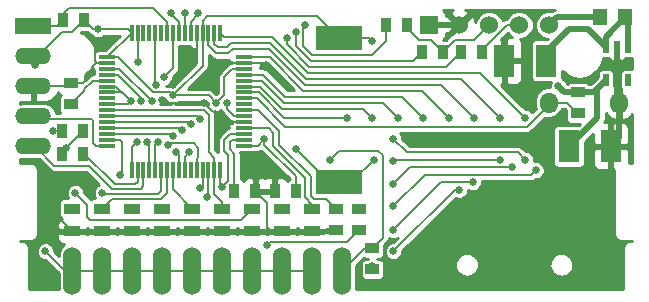
<source format=gbl>
G04 (created by PCBNEW-RS274X (2012-01-19 BZR 3256)-stable) date 22/03/2013 02:03:58*
G01*
G70*
G90*
%MOIN*%
G04 Gerber Fmt 3.4, Leading zero omitted, Abs format*
%FSLAX34Y34*%
G04 APERTURE LIST*
%ADD10C,0.006000*%
%ADD11R,0.035000X0.045000*%
%ADD12R,0.020000X0.040000*%
%ADD13R,0.070000X0.110000*%
%ADD14R,0.045000X0.055000*%
%ADD15R,0.045000X0.035000*%
%ADD16R,0.120000X0.055000*%
%ADD17O,0.120000X0.055000*%
%ADD18O,0.060000X0.160000*%
%ADD19R,0.057200X0.011800*%
%ADD20R,0.011800X0.057200*%
%ADD21R,0.055000X0.035000*%
%ADD22R,0.157500X0.078700*%
%ADD23R,0.060000X0.060000*%
%ADD24C,0.060000*%
%ADD25O,0.060000X0.070000*%
%ADD26C,0.025000*%
%ADD27C,0.020000*%
%ADD28C,0.008000*%
%ADD29C,0.010000*%
G04 APERTURE END LIST*
G54D10*
G54D11*
X89400Y-66550D03*
X88700Y-66550D03*
G54D12*
X99725Y-61750D03*
X100475Y-61750D03*
X99725Y-62850D03*
X100100Y-61750D03*
X100475Y-62850D03*
G54D13*
X98500Y-65050D03*
X99900Y-65050D03*
G54D14*
X99525Y-60750D03*
X100375Y-60750D03*
G54D15*
X91500Y-67850D03*
X91500Y-67150D03*
X90750Y-67850D03*
X90750Y-67150D03*
X98800Y-63950D03*
X98800Y-63250D03*
G54D11*
X81650Y-60850D03*
X82350Y-60850D03*
G54D16*
X80650Y-61050D03*
G54D17*
X80650Y-62050D03*
X80650Y-63050D03*
X80650Y-64050D03*
X80650Y-65050D03*
G54D18*
X90950Y-69200D03*
X89950Y-69200D03*
X88950Y-69200D03*
X87950Y-69200D03*
X86950Y-69200D03*
X85950Y-69200D03*
X84950Y-69200D03*
X83950Y-69200D03*
X82950Y-69200D03*
X81950Y-69200D03*
G54D19*
X83117Y-64633D03*
X83117Y-64436D03*
X83117Y-64239D03*
X83117Y-64042D03*
X83117Y-63845D03*
X83117Y-63648D03*
X83117Y-64830D03*
X83117Y-65026D03*
G54D20*
X84711Y-65833D03*
X84908Y-65833D03*
X85105Y-65833D03*
G54D19*
X87683Y-62861D03*
X87683Y-62664D03*
X87683Y-62467D03*
X87683Y-62270D03*
X87683Y-62074D03*
G54D20*
X86089Y-61267D03*
G54D19*
X87683Y-63058D03*
X87683Y-63255D03*
X87683Y-63452D03*
X87683Y-63648D03*
X87683Y-63845D03*
G54D20*
X84908Y-61267D03*
X86286Y-65833D03*
X85105Y-61267D03*
X86483Y-65833D03*
X86680Y-65833D03*
X85302Y-61267D03*
X85498Y-61267D03*
X86876Y-65833D03*
G54D19*
X87683Y-64239D03*
G54D20*
X85695Y-61267D03*
X85892Y-61267D03*
G54D19*
X87683Y-64042D03*
G54D20*
X86089Y-65833D03*
X84711Y-61267D03*
X84514Y-61267D03*
X85892Y-65833D03*
X85695Y-65833D03*
X84317Y-61267D03*
X84120Y-61267D03*
X85498Y-65833D03*
X85302Y-65833D03*
X83924Y-61267D03*
G54D19*
X83117Y-63452D03*
X83117Y-63255D03*
X83117Y-63058D03*
X83117Y-62861D03*
G54D20*
X86286Y-61267D03*
X86483Y-61267D03*
X86680Y-61267D03*
X86876Y-61267D03*
G54D19*
X87683Y-64436D03*
X87683Y-64633D03*
X87683Y-64830D03*
X87683Y-65026D03*
X83117Y-62664D03*
X83117Y-62467D03*
X83117Y-62270D03*
X83117Y-62074D03*
G54D20*
X84514Y-65833D03*
X84317Y-65833D03*
X84120Y-65833D03*
X83924Y-65833D03*
G54D21*
X85950Y-67125D03*
X85950Y-67875D03*
X83950Y-67125D03*
X83950Y-67875D03*
X84950Y-67125D03*
X84950Y-67875D03*
X86950Y-67125D03*
X86950Y-67875D03*
X87950Y-67125D03*
X87950Y-67875D03*
X81950Y-67125D03*
X81950Y-67875D03*
X82950Y-67125D03*
X82950Y-67875D03*
X89950Y-67125D03*
X89950Y-67875D03*
X88950Y-67125D03*
X88950Y-67875D03*
G54D11*
X81600Y-64550D03*
X82300Y-64550D03*
G54D15*
X81900Y-63650D03*
X81900Y-62950D03*
G54D13*
X97750Y-62200D03*
X96350Y-62200D03*
G54D15*
X91950Y-69150D03*
X91950Y-68450D03*
G54D22*
X90850Y-61450D03*
X90850Y-66250D03*
G54D23*
X93850Y-61000D03*
G54D24*
X94850Y-61000D03*
X95850Y-61000D03*
X96850Y-61000D03*
X97850Y-61000D03*
G54D11*
X94900Y-61900D03*
X95600Y-61900D03*
X93600Y-61900D03*
X94300Y-61900D03*
X92400Y-61000D03*
X93100Y-61000D03*
X82300Y-65300D03*
X81600Y-65300D03*
X88050Y-66550D03*
X87350Y-66550D03*
G54D25*
X97819Y-63600D03*
X100181Y-63600D03*
G54D26*
X85150Y-65000D03*
X82950Y-66600D03*
X84250Y-63550D03*
X81950Y-67125D03*
X82950Y-67125D03*
X84600Y-63550D03*
X85250Y-60600D03*
X85000Y-62750D03*
X85700Y-60600D03*
X91100Y-64100D03*
X91950Y-64100D03*
X92800Y-64100D03*
X93650Y-64100D03*
X94500Y-64100D03*
X95350Y-64100D03*
X96200Y-64100D03*
X97050Y-64100D03*
X86150Y-60600D03*
X81650Y-60850D03*
X87100Y-63600D03*
X81050Y-68550D03*
X88450Y-68350D03*
X90550Y-65500D03*
X91500Y-67150D03*
X96200Y-65500D03*
X92650Y-65550D03*
X85900Y-64300D03*
X92650Y-64800D03*
X97050Y-65500D03*
X86200Y-64150D03*
X92650Y-67850D03*
X85850Y-65250D03*
X95300Y-66250D03*
X85400Y-65250D03*
X94850Y-66500D03*
X92650Y-68550D03*
X97400Y-65850D03*
X85300Y-64700D03*
X92650Y-67050D03*
X96600Y-65750D03*
X92650Y-66300D03*
X85600Y-64500D03*
X83950Y-67125D03*
X86950Y-66400D03*
X83550Y-66000D03*
X85950Y-67125D03*
X86950Y-67125D03*
X88950Y-67125D03*
X86200Y-66450D03*
X84950Y-67125D03*
X86450Y-66750D03*
X87950Y-67125D03*
X83900Y-63550D03*
X82050Y-66600D03*
X89950Y-67125D03*
X90750Y-67150D03*
X89100Y-61450D03*
X84800Y-64900D03*
X84450Y-64900D03*
X89400Y-61250D03*
X84150Y-62250D03*
X89700Y-61000D03*
X81750Y-65100D03*
X98400Y-66100D03*
X82750Y-61650D03*
X92650Y-69700D03*
X86750Y-63200D03*
X84950Y-63500D03*
X85300Y-63000D03*
X88400Y-62350D03*
X96350Y-61500D03*
X81050Y-66600D03*
X86350Y-63600D03*
X84750Y-63000D03*
X89400Y-65150D03*
X92000Y-65500D03*
X91950Y-69050D03*
X98150Y-63050D03*
X86750Y-63600D03*
X85300Y-63350D03*
X84100Y-64900D03*
X82800Y-61150D03*
X81300Y-64550D03*
X88350Y-64800D03*
X80700Y-62350D03*
X91950Y-61550D03*
G54D27*
X99150Y-61150D02*
X99725Y-61725D01*
X98500Y-61150D02*
X99150Y-61150D01*
X97750Y-61900D02*
X98500Y-61150D01*
X100475Y-61750D02*
X100475Y-60850D01*
X99725Y-61400D02*
X100375Y-60750D01*
X100475Y-60850D02*
X100375Y-60750D01*
X99725Y-61750D02*
X99725Y-61400D01*
X97750Y-62200D02*
X97750Y-61900D01*
X99725Y-61725D02*
X99725Y-61750D01*
G54D28*
X86150Y-65400D02*
X86150Y-65100D01*
X86089Y-65833D02*
X86089Y-65461D01*
X85200Y-64950D02*
X85150Y-65000D01*
X86150Y-65100D02*
X86000Y-64950D01*
X86089Y-65461D02*
X86150Y-65400D01*
X86000Y-64950D02*
X85200Y-64950D01*
X82639Y-62861D02*
X82350Y-63150D01*
X82350Y-63150D02*
X82350Y-63200D01*
X83117Y-62861D02*
X82639Y-62861D01*
X82350Y-63200D02*
X81900Y-63650D01*
X83464Y-62664D02*
X84250Y-63450D01*
X83464Y-62664D02*
X83117Y-62664D01*
X84250Y-63450D02*
X84250Y-63550D01*
X84908Y-65833D02*
X84908Y-66542D01*
X84908Y-66542D02*
X84812Y-66638D01*
X82988Y-66638D02*
X82950Y-66600D01*
X84812Y-66638D02*
X82988Y-66638D01*
X84900Y-66800D02*
X83275Y-66800D01*
X85105Y-65833D02*
X85105Y-66595D01*
X83275Y-66800D02*
X82950Y-67125D01*
X83517Y-62467D02*
X83117Y-62467D01*
X83517Y-62467D02*
X84600Y-63550D01*
X85105Y-66595D02*
X84900Y-66800D01*
X97819Y-63600D02*
X98450Y-63600D01*
X98450Y-63600D02*
X98800Y-63950D01*
X97819Y-63600D02*
X97819Y-63681D01*
X97819Y-63681D02*
X97100Y-64400D01*
X97100Y-64400D02*
X89050Y-64400D01*
X88102Y-63452D02*
X87683Y-63452D01*
X89050Y-64400D02*
X88102Y-63452D01*
X85250Y-60650D02*
X85250Y-60600D01*
X85498Y-61267D02*
X85498Y-60898D01*
X85498Y-60898D02*
X85250Y-60650D01*
X85000Y-62750D02*
X85302Y-62448D01*
X85302Y-62448D02*
X85302Y-61267D01*
X85695Y-61267D02*
X85695Y-60605D01*
X85695Y-60605D02*
X85700Y-60600D01*
X91100Y-64100D02*
X89000Y-64100D01*
X89000Y-64100D02*
X88155Y-63255D01*
X88155Y-63255D02*
X87683Y-63255D01*
X91650Y-63800D02*
X88950Y-63800D01*
X91650Y-63800D02*
X91950Y-64100D01*
X88950Y-63800D02*
X88208Y-63058D01*
X88208Y-63058D02*
X87683Y-63058D01*
X89000Y-63600D02*
X92300Y-63600D01*
X87683Y-62861D02*
X88261Y-62861D01*
X92300Y-63600D02*
X92800Y-64100D01*
X89000Y-63600D02*
X88261Y-62861D01*
X92950Y-63400D02*
X93650Y-64100D01*
X87683Y-62664D02*
X88314Y-62664D01*
X89050Y-63400D02*
X92950Y-63400D01*
X89050Y-63400D02*
X88314Y-62664D01*
X87683Y-62074D02*
X88524Y-62074D01*
X88524Y-62074D02*
X89650Y-63200D01*
X89650Y-63200D02*
X93600Y-63200D01*
X93600Y-63200D02*
X94500Y-64100D01*
X86750Y-61950D02*
X87150Y-61950D01*
X87150Y-61950D02*
X87300Y-61800D01*
X86483Y-61683D02*
X86750Y-61950D01*
X89700Y-63000D02*
X88500Y-61800D01*
X86483Y-61267D02*
X86483Y-61683D01*
X94250Y-63000D02*
X95350Y-64100D01*
X88500Y-61800D02*
X87300Y-61800D01*
X89700Y-63000D02*
X94250Y-63000D01*
X88550Y-61600D02*
X87250Y-61600D01*
X89750Y-62800D02*
X94900Y-62800D01*
X86680Y-61630D02*
X86800Y-61750D01*
X86680Y-61267D02*
X86680Y-61630D01*
X89750Y-62800D02*
X88550Y-61600D01*
X87100Y-61750D02*
X87250Y-61600D01*
X94900Y-62800D02*
X96200Y-64100D01*
X86800Y-61750D02*
X87100Y-61750D01*
X89800Y-62600D02*
X95550Y-62600D01*
X89800Y-62600D02*
X88600Y-61400D01*
X86876Y-61267D02*
X87009Y-61400D01*
X87009Y-61400D02*
X88600Y-61400D01*
X95550Y-62600D02*
X97050Y-64100D01*
X86150Y-60650D02*
X86150Y-60600D01*
X85892Y-60908D02*
X86150Y-60650D01*
X85892Y-61267D02*
X85892Y-60908D01*
X85105Y-61267D02*
X85105Y-60905D01*
X81850Y-60450D02*
X84650Y-60450D01*
X81850Y-60450D02*
X81650Y-60650D01*
X80650Y-61050D02*
X81450Y-61050D01*
X85105Y-60905D02*
X84650Y-60450D01*
X81650Y-60650D02*
X81650Y-60850D01*
X81450Y-61050D02*
X81650Y-60850D01*
X87100Y-63800D02*
X87100Y-63600D01*
X87342Y-64042D02*
X87100Y-63800D01*
X87683Y-64042D02*
X87342Y-64042D01*
X81700Y-69200D02*
X81050Y-68550D01*
X82950Y-69200D02*
X81950Y-69200D01*
X83950Y-69200D02*
X82950Y-69200D01*
X88950Y-69200D02*
X87950Y-69200D01*
X87950Y-69200D02*
X86950Y-69200D01*
X86950Y-69200D02*
X85950Y-69200D01*
X84950Y-69200D02*
X83950Y-69200D01*
X85950Y-69200D02*
X84950Y-69200D01*
X81950Y-69200D02*
X81700Y-69200D01*
X89950Y-69200D02*
X88950Y-69200D01*
X88550Y-68250D02*
X91100Y-68250D01*
X91100Y-68250D02*
X91500Y-67850D01*
X88450Y-68350D02*
X88550Y-68250D01*
X92300Y-68100D02*
X92300Y-65350D01*
X92150Y-65200D02*
X90850Y-65200D01*
X92300Y-65350D02*
X92150Y-65200D01*
X91700Y-68450D02*
X91950Y-68450D01*
X90950Y-69200D02*
X91700Y-68450D01*
X91950Y-68450D02*
X92300Y-68100D01*
X90850Y-65200D02*
X90550Y-65500D01*
X85839Y-64239D02*
X85900Y-64300D01*
X83117Y-64239D02*
X85839Y-64239D01*
X92700Y-65500D02*
X92650Y-65550D01*
X96200Y-65500D02*
X92700Y-65500D01*
X96800Y-65250D02*
X97050Y-65500D01*
X92650Y-64800D02*
X93100Y-65250D01*
X83117Y-64042D02*
X86092Y-64042D01*
X93100Y-65250D02*
X96800Y-65250D01*
X86092Y-64042D02*
X86200Y-64150D01*
X92650Y-67850D02*
X94250Y-66250D01*
X94250Y-66250D02*
X95300Y-66250D01*
X85695Y-65405D02*
X85850Y-65250D01*
X85695Y-65833D02*
X85695Y-65405D01*
X92650Y-68550D02*
X94700Y-66500D01*
X85498Y-65348D02*
X85400Y-65250D01*
X85498Y-65833D02*
X85498Y-65348D01*
X94700Y-66500D02*
X94850Y-66500D01*
X93700Y-66000D02*
X92650Y-67050D01*
X97250Y-66000D02*
X93700Y-66000D01*
X85233Y-64633D02*
X83117Y-64633D01*
X85233Y-64633D02*
X85300Y-64700D01*
X97400Y-65850D02*
X97250Y-66000D01*
X93200Y-65750D02*
X92650Y-66300D01*
X85536Y-64436D02*
X85600Y-64500D01*
X96600Y-65750D02*
X93200Y-65750D01*
X83117Y-64436D02*
X85536Y-64436D01*
X82650Y-64200D02*
X82600Y-64150D01*
X82650Y-64950D02*
X82650Y-64200D01*
X82600Y-64150D02*
X80750Y-64150D01*
X80750Y-64150D02*
X80650Y-64050D01*
X83117Y-65026D02*
X82726Y-65026D01*
X82726Y-65026D02*
X82650Y-64950D01*
X82500Y-65700D02*
X81350Y-65700D01*
X84317Y-66383D02*
X84224Y-66476D01*
X84317Y-65833D02*
X84317Y-66383D01*
X80700Y-65050D02*
X80650Y-65050D01*
X83276Y-66476D02*
X82500Y-65700D01*
X81350Y-65700D02*
X80700Y-65050D01*
X84224Y-66476D02*
X83276Y-66476D01*
X83530Y-64830D02*
X83600Y-64900D01*
X86876Y-65833D02*
X86876Y-66326D01*
X86876Y-66326D02*
X86950Y-66400D01*
X87150Y-65350D02*
X87150Y-66200D01*
X87150Y-66200D02*
X86950Y-66400D01*
X87000Y-65200D02*
X87150Y-65350D01*
X87000Y-64850D02*
X87000Y-65200D01*
X83117Y-64830D02*
X83530Y-64830D01*
X83530Y-64830D02*
X83600Y-64900D01*
X83600Y-64900D02*
X83600Y-65950D01*
X87217Y-64633D02*
X87683Y-64633D01*
X83600Y-65950D02*
X83550Y-66000D01*
X87217Y-64633D02*
X87000Y-64850D01*
X85302Y-66477D02*
X85950Y-67125D01*
X85302Y-65833D02*
X85302Y-66477D01*
X86500Y-64000D02*
X86345Y-63845D01*
X86500Y-65250D02*
X86680Y-65430D01*
X86680Y-66630D02*
X86950Y-66900D01*
X86680Y-65833D02*
X86680Y-66630D01*
X83117Y-63845D02*
X86345Y-63845D01*
X86950Y-66900D02*
X86950Y-67125D01*
X86500Y-64000D02*
X86500Y-65250D01*
X86680Y-65833D02*
X86680Y-65430D01*
X86286Y-65833D02*
X86286Y-66364D01*
X86286Y-66364D02*
X86200Y-66450D01*
X86483Y-66717D02*
X86450Y-66750D01*
X86483Y-65833D02*
X86483Y-66717D01*
X82550Y-67500D02*
X82450Y-67400D01*
X83117Y-63058D02*
X83408Y-63058D01*
X83605Y-63255D02*
X83900Y-63550D01*
X83408Y-63058D02*
X83900Y-63550D01*
X82050Y-66600D02*
X82450Y-67000D01*
X83117Y-63255D02*
X83605Y-63255D01*
X87950Y-67125D02*
X87575Y-67500D01*
X82450Y-67000D02*
X82450Y-67400D01*
X83802Y-63648D02*
X83900Y-63550D01*
X83802Y-63648D02*
X83117Y-63648D01*
X87575Y-67500D02*
X82550Y-67500D01*
X89700Y-66750D02*
X89700Y-66100D01*
X89950Y-67125D02*
X89950Y-67000D01*
X88650Y-65050D02*
X88650Y-64600D01*
X89700Y-66100D02*
X88650Y-65050D01*
X89950Y-67000D02*
X89700Y-66750D01*
X88486Y-64436D02*
X87683Y-64436D01*
X88650Y-64600D02*
X88486Y-64436D01*
X88850Y-64550D02*
X88850Y-65000D01*
X90000Y-66800D02*
X89900Y-66700D01*
X89900Y-66050D02*
X88850Y-65000D01*
X89900Y-66700D02*
X89900Y-66050D01*
X90400Y-66800D02*
X90000Y-66800D01*
X90750Y-67150D02*
X90400Y-66800D01*
X88850Y-64550D02*
X88145Y-63845D01*
X88145Y-63845D02*
X87683Y-63845D01*
X94400Y-62400D02*
X89850Y-62400D01*
X84711Y-65833D02*
X84711Y-64989D01*
X89850Y-62400D02*
X89100Y-61650D01*
X84711Y-64989D02*
X84800Y-64900D01*
X94900Y-61900D02*
X94400Y-62400D01*
X89100Y-61650D02*
X89100Y-61450D01*
X84514Y-64964D02*
X84450Y-64900D01*
X84514Y-65833D02*
X84514Y-65314D01*
X89900Y-62200D02*
X89400Y-61700D01*
X93300Y-62200D02*
X89900Y-62200D01*
X93600Y-61900D02*
X93300Y-62200D01*
X89400Y-61700D02*
X89400Y-61250D01*
X84514Y-65833D02*
X84514Y-64964D01*
X91950Y-62000D02*
X89950Y-62000D01*
X84120Y-61267D02*
X84120Y-62220D01*
X92400Y-61000D02*
X92400Y-61550D01*
X84120Y-62220D02*
X84150Y-62250D01*
X89650Y-61050D02*
X89700Y-61000D01*
X89650Y-61700D02*
X89650Y-61050D01*
X89950Y-62000D02*
X89650Y-61700D01*
X92400Y-61550D02*
X91950Y-62000D01*
X95950Y-66400D02*
X98100Y-66400D01*
X90725Y-67875D02*
X89950Y-67875D01*
X88450Y-67850D02*
X88450Y-67875D01*
X88450Y-67875D02*
X88450Y-67850D01*
X82950Y-67875D02*
X81950Y-67875D01*
X86950Y-67875D02*
X85950Y-67875D01*
X83950Y-67875D02*
X82950Y-67875D01*
X82600Y-62650D02*
X82300Y-62950D01*
X88320Y-62270D02*
X88400Y-62350D01*
X89950Y-67875D02*
X88950Y-67875D01*
X81600Y-65300D02*
X81600Y-65250D01*
X87683Y-62270D02*
X87230Y-62270D01*
X81600Y-65250D02*
X81750Y-65100D01*
X86089Y-62211D02*
X85300Y-63000D01*
X86989Y-64239D02*
X86350Y-63600D01*
X85050Y-63600D02*
X84950Y-63500D01*
X87950Y-67875D02*
X86950Y-67875D01*
X98100Y-66400D02*
X98400Y-66100D01*
X82770Y-62270D02*
X82700Y-62200D01*
X88450Y-67875D02*
X88450Y-67875D01*
X87230Y-62270D02*
X86700Y-62800D01*
X81050Y-66975D02*
X81950Y-67875D01*
X82770Y-62270D02*
X83117Y-62270D01*
X85950Y-67875D02*
X84950Y-67875D01*
X88450Y-67875D02*
X87950Y-67875D01*
X82300Y-62950D02*
X81900Y-62950D01*
X87683Y-64239D02*
X86989Y-64239D01*
X88950Y-67875D02*
X88450Y-67875D01*
X81050Y-66600D02*
X81050Y-66975D01*
G54D27*
X100181Y-63600D02*
X100181Y-64769D01*
X100181Y-64769D02*
X99900Y-65050D01*
G54D28*
X86089Y-61267D02*
X86089Y-62211D01*
G54D27*
X96350Y-61500D02*
X96350Y-62200D01*
X94850Y-61000D02*
X93850Y-61000D01*
G54D28*
X80650Y-63050D02*
X81800Y-63050D01*
X82600Y-62400D02*
X82600Y-62650D01*
X88450Y-67850D02*
X88450Y-66950D01*
G54D27*
X100100Y-61750D02*
X100100Y-63519D01*
G54D28*
X86350Y-63600D02*
X85050Y-63600D01*
X84950Y-67875D02*
X83950Y-67875D01*
X88050Y-66550D02*
X88700Y-66550D01*
X88450Y-66950D02*
X88050Y-66550D01*
G54D27*
X100100Y-63519D02*
X100181Y-63600D01*
G54D28*
X86700Y-63150D02*
X86750Y-63200D01*
X82700Y-61700D02*
X82750Y-61650D01*
X87683Y-62270D02*
X88320Y-62270D01*
X92650Y-69700D02*
X95950Y-66400D01*
X81800Y-63050D02*
X81900Y-62950D01*
X82700Y-62200D02*
X82700Y-61700D01*
X90750Y-67850D02*
X90725Y-67875D01*
X83117Y-62270D02*
X82730Y-62270D01*
X86700Y-62800D02*
X86700Y-63150D01*
X82730Y-62270D02*
X82600Y-62400D01*
X81750Y-65100D02*
X82300Y-64550D01*
X83364Y-66314D02*
X82350Y-65300D01*
X84120Y-66230D02*
X84036Y-66314D01*
X82350Y-65300D02*
X82300Y-65300D01*
X84036Y-66314D02*
X83364Y-66314D01*
X82350Y-65300D02*
X82300Y-65300D01*
X84120Y-65833D02*
X84120Y-66230D01*
G54D27*
X98100Y-60750D02*
X97850Y-61000D01*
X99525Y-60750D02*
X98100Y-60750D01*
G54D28*
X84711Y-62961D02*
X84711Y-61267D01*
X84750Y-63000D02*
X84711Y-62961D01*
X87350Y-66550D02*
X87350Y-65300D01*
X87683Y-64830D02*
X87270Y-64830D01*
X87270Y-64830D02*
X87200Y-64900D01*
X87200Y-65150D02*
X87350Y-65300D01*
X87200Y-64900D02*
X87200Y-65150D01*
X94300Y-61900D02*
X93900Y-61500D01*
X93100Y-61100D02*
X93100Y-61000D01*
X93500Y-61500D02*
X93100Y-61100D01*
X93900Y-61500D02*
X93500Y-61500D01*
X95850Y-61000D02*
X95350Y-61500D01*
X94700Y-61500D02*
X94300Y-61900D01*
X95350Y-61500D02*
X94700Y-61500D01*
X91250Y-66250D02*
X90850Y-66250D01*
X90500Y-66250D02*
X90850Y-66250D01*
X89400Y-65150D02*
X90500Y-66250D01*
X92000Y-65500D02*
X91250Y-66250D01*
X96850Y-61000D02*
X96450Y-61000D01*
X95600Y-61850D02*
X95600Y-61900D01*
X96450Y-61000D02*
X95600Y-61850D01*
X91950Y-69050D02*
X91950Y-69150D01*
G54D27*
X98150Y-63050D02*
X98350Y-63250D01*
G54D28*
X85200Y-63250D02*
X85300Y-63350D01*
X90850Y-61450D02*
X91850Y-61450D01*
G54D27*
X99725Y-62850D02*
X99325Y-63250D01*
G54D28*
X86286Y-62364D02*
X85300Y-63350D01*
G54D27*
X98350Y-63250D02*
X98800Y-63250D01*
G54D28*
X86286Y-60864D02*
X86450Y-60700D01*
X84650Y-63250D02*
X85200Y-63250D01*
X80650Y-62050D02*
X80800Y-62050D01*
X81600Y-61250D02*
X81950Y-61250D01*
X86450Y-60700D02*
X90100Y-60700D01*
X83924Y-61267D02*
X83807Y-61150D01*
X91850Y-61450D02*
X91950Y-61550D01*
X88350Y-65000D02*
X88350Y-64800D01*
G54D27*
X99450Y-63125D02*
X99725Y-62850D01*
G54D28*
X80650Y-62300D02*
X80700Y-62350D01*
X86286Y-61267D02*
X86286Y-60864D01*
X83924Y-65076D02*
X84100Y-64900D01*
X89400Y-66550D02*
X89400Y-66050D01*
X89400Y-66050D02*
X88350Y-65000D01*
G54D27*
X99325Y-63250D02*
X98800Y-63250D01*
G54D28*
X86500Y-63350D02*
X86750Y-63600D01*
X87683Y-65026D02*
X88124Y-65026D01*
X87000Y-62750D02*
X87000Y-63350D01*
X82350Y-60850D02*
X82650Y-61150D01*
G54D27*
X98500Y-65050D02*
X99450Y-64100D01*
G54D28*
X81950Y-61250D02*
X82350Y-60850D01*
X87000Y-63350D02*
X86750Y-63600D01*
X90100Y-60700D02*
X90850Y-61450D01*
X83807Y-61150D02*
X82800Y-61150D01*
X87283Y-62467D02*
X87683Y-62467D01*
X80800Y-62050D02*
X81600Y-61250D01*
G54D27*
X99450Y-64100D02*
X99450Y-63125D01*
G54D28*
X83117Y-62074D02*
X83474Y-62074D01*
X88124Y-65026D02*
X88350Y-64800D01*
X87283Y-62467D02*
X87000Y-62750D01*
X83117Y-62074D02*
X83924Y-61267D01*
X83924Y-65833D02*
X83924Y-65076D01*
X80650Y-62050D02*
X80650Y-62300D01*
X83474Y-62074D02*
X84650Y-63250D01*
X81600Y-64550D02*
X81300Y-64550D01*
X85300Y-63350D02*
X86500Y-63350D01*
X82650Y-61150D02*
X82800Y-61150D01*
X86286Y-61267D02*
X86286Y-62364D01*
G54D10*
G36*
X81562Y-63347D02*
X81531Y-63379D01*
X81505Y-63441D01*
X81505Y-63509D01*
X81505Y-63859D01*
X81531Y-63921D01*
X81550Y-63940D01*
X81417Y-63940D01*
X81361Y-63803D01*
X81238Y-63680D01*
X81078Y-63613D01*
X80904Y-63613D01*
X80224Y-63613D01*
X80195Y-63624D01*
X80195Y-63567D01*
X80213Y-63575D01*
X80600Y-63575D01*
X80600Y-63150D01*
X80600Y-63100D01*
X80600Y-63000D01*
X80700Y-63000D01*
X80700Y-63100D01*
X80700Y-63150D01*
X80700Y-63575D01*
X81087Y-63575D01*
X81279Y-63492D01*
X81425Y-63342D01*
X81457Y-63250D01*
X81464Y-63266D01*
X81534Y-63336D01*
X81562Y-63347D01*
X81562Y-63347D01*
G37*
G54D29*
X81562Y-63347D02*
X81531Y-63379D01*
X81505Y-63441D01*
X81505Y-63509D01*
X81505Y-63859D01*
X81531Y-63921D01*
X81550Y-63940D01*
X81417Y-63940D01*
X81361Y-63803D01*
X81238Y-63680D01*
X81078Y-63613D01*
X80904Y-63613D01*
X80224Y-63613D01*
X80195Y-63624D01*
X80195Y-63567D01*
X80213Y-63575D01*
X80600Y-63575D01*
X80600Y-63150D01*
X80600Y-63100D01*
X80600Y-63000D01*
X80700Y-63000D01*
X80700Y-63100D01*
X80700Y-63150D01*
X80700Y-63575D01*
X81087Y-63575D01*
X81279Y-63492D01*
X81425Y-63342D01*
X81457Y-63250D01*
X81464Y-63266D01*
X81534Y-63336D01*
X81562Y-63347D01*
G54D10*
G36*
X81650Y-65350D02*
X81550Y-65350D01*
X81550Y-65250D01*
X81650Y-65250D01*
X81650Y-65350D01*
X81650Y-65350D01*
G37*
G54D29*
X81650Y-65350D02*
X81550Y-65350D01*
X81550Y-65250D01*
X81650Y-65250D01*
X81650Y-65350D01*
G54D10*
G36*
X81950Y-63000D02*
X81850Y-63000D01*
X81850Y-62900D01*
X81950Y-62900D01*
X81950Y-63000D01*
X81950Y-63000D01*
G37*
G54D29*
X81950Y-63000D02*
X81850Y-63000D01*
X81850Y-62900D01*
X81950Y-62900D01*
X81950Y-63000D01*
G54D10*
G36*
X82350Y-64600D02*
X82250Y-64600D01*
X82250Y-64500D01*
X82350Y-64500D01*
X82350Y-64600D01*
X82350Y-64600D01*
G37*
G54D29*
X82350Y-64600D02*
X82250Y-64600D01*
X82250Y-64500D01*
X82350Y-64500D01*
X82350Y-64600D01*
G54D10*
G36*
X82663Y-62565D02*
X82661Y-62571D01*
X82661Y-62639D01*
X82661Y-62651D01*
X82639Y-62651D01*
X82559Y-62667D01*
X82536Y-62682D01*
X82490Y-62713D01*
X82374Y-62828D01*
X82374Y-62726D01*
X82352Y-62673D01*
X82482Y-62586D01*
X82536Y-62532D01*
X82603Y-62431D01*
X82620Y-62470D01*
X82661Y-62511D01*
X82661Y-62560D01*
X82663Y-62565D01*
X82663Y-62565D01*
G37*
G54D29*
X82663Y-62565D02*
X82661Y-62571D01*
X82661Y-62639D01*
X82661Y-62651D01*
X82639Y-62651D01*
X82559Y-62667D01*
X82536Y-62682D01*
X82490Y-62713D01*
X82374Y-62828D01*
X82374Y-62726D01*
X82352Y-62673D01*
X82482Y-62586D01*
X82536Y-62532D01*
X82603Y-62431D01*
X82620Y-62470D01*
X82661Y-62511D01*
X82661Y-62560D01*
X82663Y-62565D01*
G54D10*
G36*
X83534Y-61360D02*
X83049Y-61845D01*
X82797Y-61845D01*
X82735Y-61871D01*
X82724Y-61881D01*
X82695Y-61732D01*
X82666Y-61661D01*
X82536Y-61468D01*
X82482Y-61414D01*
X82288Y-61284D01*
X82234Y-61261D01*
X82251Y-61245D01*
X82448Y-61245D01*
X82501Y-61298D01*
X82502Y-61298D01*
X82569Y-61344D01*
X82570Y-61344D01*
X82580Y-61346D01*
X82633Y-61399D01*
X82741Y-61444D01*
X82858Y-61444D01*
X82966Y-61399D01*
X83005Y-61360D01*
X83534Y-61360D01*
X83534Y-61360D01*
G37*
G54D29*
X83534Y-61360D02*
X83049Y-61845D01*
X82797Y-61845D01*
X82735Y-61871D01*
X82724Y-61881D01*
X82695Y-61732D01*
X82666Y-61661D01*
X82536Y-61468D01*
X82482Y-61414D01*
X82288Y-61284D01*
X82234Y-61261D01*
X82251Y-61245D01*
X82448Y-61245D01*
X82501Y-61298D01*
X82502Y-61298D01*
X82569Y-61344D01*
X82570Y-61344D01*
X82580Y-61346D01*
X82633Y-61399D01*
X82741Y-61444D01*
X82858Y-61444D01*
X82966Y-61399D01*
X83005Y-61360D01*
X83534Y-61360D01*
G54D10*
G36*
X85219Y-63635D02*
X84883Y-63635D01*
X84894Y-63609D01*
X84894Y-63492D01*
X84880Y-63460D01*
X85027Y-63460D01*
X85051Y-63516D01*
X85133Y-63599D01*
X85219Y-63635D01*
X85219Y-63635D01*
G37*
G54D29*
X85219Y-63635D02*
X84883Y-63635D01*
X84894Y-63609D01*
X84894Y-63492D01*
X84880Y-63460D01*
X85027Y-63460D01*
X85051Y-63516D01*
X85133Y-63599D01*
X85219Y-63635D01*
G54D10*
G36*
X86076Y-62277D02*
X85297Y-63056D01*
X85281Y-63056D01*
X85267Y-63053D01*
X85200Y-63040D01*
X85067Y-63040D01*
X85166Y-62999D01*
X85249Y-62917D01*
X85294Y-62809D01*
X85294Y-62752D01*
X85450Y-62597D01*
X85450Y-62596D01*
X85496Y-62529D01*
X85496Y-62528D01*
X85498Y-62515D01*
X85511Y-62448D01*
X85512Y-62448D01*
X85512Y-61723D01*
X85591Y-61723D01*
X85596Y-61720D01*
X85602Y-61723D01*
X85670Y-61723D01*
X85788Y-61723D01*
X85793Y-61720D01*
X85799Y-61723D01*
X85848Y-61723D01*
X85889Y-61764D01*
X85980Y-61802D01*
X85989Y-61802D01*
X85989Y-61803D01*
X86076Y-61803D01*
X86076Y-62277D01*
X86076Y-62277D01*
G37*
G54D29*
X86076Y-62277D02*
X85297Y-63056D01*
X85281Y-63056D01*
X85267Y-63053D01*
X85200Y-63040D01*
X85067Y-63040D01*
X85166Y-62999D01*
X85249Y-62917D01*
X85294Y-62809D01*
X85294Y-62752D01*
X85450Y-62597D01*
X85450Y-62596D01*
X85496Y-62529D01*
X85496Y-62528D01*
X85498Y-62515D01*
X85511Y-62448D01*
X85512Y-62448D01*
X85512Y-61723D01*
X85591Y-61723D01*
X85596Y-61720D01*
X85602Y-61723D01*
X85670Y-61723D01*
X85788Y-61723D01*
X85793Y-61720D01*
X85799Y-61723D01*
X85848Y-61723D01*
X85889Y-61764D01*
X85980Y-61802D01*
X85989Y-61802D01*
X85989Y-61803D01*
X86076Y-61803D01*
X86076Y-62277D01*
G54D10*
G36*
X86463Y-63677D02*
X86426Y-63651D01*
X86412Y-63648D01*
X86345Y-63635D01*
X85379Y-63635D01*
X85466Y-63599D01*
X85505Y-63560D01*
X86413Y-63560D01*
X86456Y-63602D01*
X86456Y-63658D01*
X86463Y-63677D01*
X86463Y-63677D01*
G37*
G54D29*
X86463Y-63677D02*
X86426Y-63651D01*
X86412Y-63648D01*
X86345Y-63635D01*
X85379Y-63635D01*
X85466Y-63599D01*
X85505Y-63560D01*
X86413Y-63560D01*
X86456Y-63602D01*
X86456Y-63658D01*
X86463Y-63677D01*
G54D10*
G36*
X87281Y-62257D02*
X87215Y-62270D01*
X87202Y-62273D01*
X87134Y-62319D01*
X86852Y-62602D01*
X86806Y-62669D01*
X86803Y-62682D01*
X86790Y-62750D01*
X86790Y-63263D01*
X86749Y-63303D01*
X86648Y-63202D01*
X86581Y-63156D01*
X86567Y-63153D01*
X86500Y-63140D01*
X85806Y-63140D01*
X86434Y-62513D01*
X86434Y-62512D01*
X86464Y-62467D01*
X86479Y-62445D01*
X86480Y-62444D01*
X86495Y-62364D01*
X86496Y-62364D01*
X86496Y-61992D01*
X86601Y-62098D01*
X86602Y-62098D01*
X86647Y-62128D01*
X86669Y-62143D01*
X86670Y-62144D01*
X86750Y-62160D01*
X87148Y-62160D01*
X87148Y-62162D01*
X87147Y-62179D01*
X87209Y-62241D01*
X87265Y-62241D01*
X87281Y-62257D01*
X87281Y-62257D01*
G37*
G54D29*
X87281Y-62257D02*
X87215Y-62270D01*
X87202Y-62273D01*
X87134Y-62319D01*
X86852Y-62602D01*
X86806Y-62669D01*
X86803Y-62682D01*
X86790Y-62750D01*
X86790Y-63263D01*
X86749Y-63303D01*
X86648Y-63202D01*
X86581Y-63156D01*
X86567Y-63153D01*
X86500Y-63140D01*
X85806Y-63140D01*
X86434Y-62513D01*
X86434Y-62512D01*
X86464Y-62467D01*
X86479Y-62445D01*
X86480Y-62444D01*
X86495Y-62364D01*
X86496Y-62364D01*
X86496Y-61992D01*
X86601Y-62098D01*
X86602Y-62098D01*
X86647Y-62128D01*
X86669Y-62143D01*
X86670Y-62144D01*
X86750Y-62160D01*
X87148Y-62160D01*
X87148Y-62162D01*
X87147Y-62179D01*
X87209Y-62241D01*
X87265Y-62241D01*
X87281Y-62257D01*
G54D10*
G36*
X87292Y-64242D02*
X87266Y-64268D01*
X87209Y-64268D01*
X87147Y-64330D01*
X87148Y-64347D01*
X87182Y-64429D01*
X87182Y-64430D01*
X87137Y-64439D01*
X87114Y-64454D01*
X87068Y-64485D01*
X86852Y-64702D01*
X86806Y-64769D01*
X86803Y-64782D01*
X86790Y-64850D01*
X86790Y-65200D01*
X86800Y-65253D01*
X86710Y-65163D01*
X86710Y-64000D01*
X86696Y-63932D01*
X86694Y-63920D01*
X86694Y-63919D01*
X86671Y-63885D01*
X86691Y-63894D01*
X86808Y-63894D01*
X86901Y-63855D01*
X86903Y-63867D01*
X86906Y-63881D01*
X86952Y-63948D01*
X87147Y-64144D01*
X87147Y-64148D01*
X87209Y-64210D01*
X87222Y-64210D01*
X87223Y-64210D01*
X87261Y-64236D01*
X87262Y-64236D01*
X87274Y-64238D01*
X87292Y-64242D01*
X87292Y-64242D01*
G37*
G54D29*
X87292Y-64242D02*
X87266Y-64268D01*
X87209Y-64268D01*
X87147Y-64330D01*
X87148Y-64347D01*
X87182Y-64429D01*
X87182Y-64430D01*
X87137Y-64439D01*
X87114Y-64454D01*
X87068Y-64485D01*
X86852Y-64702D01*
X86806Y-64769D01*
X86803Y-64782D01*
X86790Y-64850D01*
X86790Y-65200D01*
X86800Y-65253D01*
X86710Y-65163D01*
X86710Y-64000D01*
X86696Y-63932D01*
X86694Y-63920D01*
X86694Y-63919D01*
X86671Y-63885D01*
X86691Y-63894D01*
X86808Y-63894D01*
X86901Y-63855D01*
X86903Y-63867D01*
X86906Y-63881D01*
X86952Y-63948D01*
X87147Y-64144D01*
X87147Y-64148D01*
X87209Y-64210D01*
X87222Y-64210D01*
X87223Y-64210D01*
X87261Y-64236D01*
X87262Y-64236D01*
X87274Y-64238D01*
X87292Y-64242D01*
G54D10*
G36*
X89190Y-66155D02*
X89129Y-66181D01*
X89097Y-66212D01*
X89086Y-66184D01*
X89016Y-66114D01*
X88924Y-66076D01*
X88812Y-66075D01*
X88750Y-66137D01*
X88750Y-66450D01*
X88750Y-66500D01*
X88750Y-66600D01*
X88650Y-66600D01*
X88650Y-66500D01*
X88650Y-66137D01*
X88588Y-66075D01*
X88476Y-66076D01*
X88384Y-66114D01*
X88375Y-66123D01*
X88366Y-66114D01*
X88274Y-66076D01*
X88162Y-66075D01*
X88100Y-66137D01*
X88100Y-66500D01*
X88337Y-66500D01*
X88413Y-66500D01*
X88650Y-66500D01*
X88650Y-66600D01*
X88600Y-66600D01*
X88413Y-66600D01*
X88337Y-66600D01*
X88150Y-66600D01*
X88100Y-66600D01*
X88000Y-66600D01*
X88000Y-66500D01*
X88000Y-66450D01*
X88000Y-66137D01*
X87938Y-66075D01*
X87826Y-66076D01*
X87734Y-66114D01*
X87664Y-66184D01*
X87652Y-66212D01*
X87621Y-66181D01*
X87560Y-66155D01*
X87560Y-65300D01*
X87551Y-65255D01*
X88003Y-65255D01*
X88048Y-65236D01*
X88124Y-65236D01*
X88124Y-65235D01*
X88191Y-65222D01*
X88204Y-65220D01*
X88205Y-65220D01*
X88245Y-65191D01*
X89190Y-66136D01*
X89190Y-66155D01*
X89190Y-66155D01*
G37*
G54D29*
X89190Y-66155D02*
X89129Y-66181D01*
X89097Y-66212D01*
X89086Y-66184D01*
X89016Y-66114D01*
X88924Y-66076D01*
X88812Y-66075D01*
X88750Y-66137D01*
X88750Y-66450D01*
X88750Y-66500D01*
X88750Y-66600D01*
X88650Y-66600D01*
X88650Y-66500D01*
X88650Y-66137D01*
X88588Y-66075D01*
X88476Y-66076D01*
X88384Y-66114D01*
X88375Y-66123D01*
X88366Y-66114D01*
X88274Y-66076D01*
X88162Y-66075D01*
X88100Y-66137D01*
X88100Y-66500D01*
X88337Y-66500D01*
X88413Y-66500D01*
X88650Y-66500D01*
X88650Y-66600D01*
X88600Y-66600D01*
X88413Y-66600D01*
X88337Y-66600D01*
X88150Y-66600D01*
X88100Y-66600D01*
X88000Y-66600D01*
X88000Y-66500D01*
X88000Y-66450D01*
X88000Y-66137D01*
X87938Y-66075D01*
X87826Y-66076D01*
X87734Y-66114D01*
X87664Y-66184D01*
X87652Y-66212D01*
X87621Y-66181D01*
X87560Y-66155D01*
X87560Y-65300D01*
X87551Y-65255D01*
X88003Y-65255D01*
X88048Y-65236D01*
X88124Y-65236D01*
X88124Y-65235D01*
X88191Y-65222D01*
X88204Y-65220D01*
X88205Y-65220D01*
X88245Y-65191D01*
X89190Y-66136D01*
X89190Y-66155D01*
G54D10*
G36*
X89343Y-63190D02*
X89136Y-63190D01*
X88462Y-62516D01*
X88395Y-62470D01*
X88381Y-62467D01*
X88314Y-62454D01*
X88186Y-62454D01*
X88218Y-62378D01*
X88218Y-62370D01*
X88219Y-62370D01*
X88219Y-62361D01*
X88219Y-62284D01*
X88437Y-62284D01*
X89343Y-63190D01*
X89343Y-63190D01*
G37*
G54D29*
X89343Y-63190D02*
X89136Y-63190D01*
X88462Y-62516D01*
X88395Y-62470D01*
X88381Y-62467D01*
X88314Y-62454D01*
X88186Y-62454D01*
X88218Y-62378D01*
X88218Y-62370D01*
X88219Y-62370D01*
X88219Y-62361D01*
X88219Y-62284D01*
X88437Y-62284D01*
X89343Y-63190D01*
G54D10*
G36*
X90800Y-67900D02*
X90700Y-67900D01*
X90650Y-67900D01*
X90337Y-67900D01*
X90312Y-67925D01*
X90050Y-67925D01*
X90000Y-67925D01*
X89900Y-67925D01*
X89850Y-67925D01*
X89487Y-67925D01*
X89450Y-67962D01*
X89413Y-67925D01*
X89050Y-67925D01*
X89000Y-67925D01*
X88900Y-67925D01*
X88850Y-67925D01*
X88487Y-67925D01*
X88450Y-67962D01*
X88413Y-67925D01*
X88050Y-67925D01*
X88000Y-67925D01*
X87900Y-67925D01*
X87850Y-67925D01*
X87487Y-67925D01*
X87450Y-67962D01*
X87413Y-67925D01*
X87050Y-67925D01*
X87000Y-67925D01*
X86900Y-67925D01*
X86850Y-67925D01*
X86487Y-67925D01*
X86450Y-67962D01*
X86413Y-67925D01*
X86050Y-67925D01*
X86000Y-67925D01*
X85900Y-67925D01*
X85850Y-67925D01*
X85487Y-67925D01*
X85450Y-67962D01*
X85413Y-67925D01*
X85050Y-67925D01*
X85000Y-67925D01*
X84900Y-67925D01*
X84850Y-67925D01*
X84487Y-67925D01*
X84450Y-67962D01*
X84413Y-67925D01*
X84050Y-67925D01*
X84000Y-67925D01*
X83900Y-67925D01*
X83850Y-67925D01*
X83487Y-67925D01*
X83450Y-67962D01*
X83413Y-67925D01*
X83050Y-67925D01*
X83000Y-67925D01*
X82900Y-67925D01*
X82850Y-67925D01*
X82487Y-67925D01*
X82450Y-67962D01*
X82413Y-67925D01*
X82050Y-67925D01*
X82000Y-67925D01*
X81900Y-67925D01*
X81850Y-67925D01*
X81487Y-67925D01*
X81425Y-67987D01*
X81426Y-68099D01*
X81464Y-68191D01*
X81534Y-68261D01*
X81625Y-68299D01*
X81680Y-68299D01*
X81560Y-68419D01*
X81489Y-68589D01*
X81489Y-68692D01*
X81344Y-68547D01*
X81344Y-68492D01*
X81299Y-68384D01*
X81217Y-68301D01*
X81109Y-68256D01*
X80992Y-68256D01*
X80884Y-68301D01*
X80801Y-68383D01*
X80756Y-68491D01*
X80756Y-68608D01*
X80801Y-68716D01*
X80883Y-68799D01*
X80991Y-68844D01*
X81047Y-68844D01*
X81489Y-69285D01*
X81489Y-69805D01*
X80495Y-69805D01*
X80495Y-68400D01*
X80480Y-68325D01*
X80438Y-68262D01*
X80375Y-68220D01*
X80300Y-68205D01*
X80195Y-68205D01*
X80195Y-68195D01*
X80600Y-68195D01*
X80675Y-68180D01*
X80738Y-68138D01*
X80780Y-68075D01*
X80795Y-68000D01*
X80795Y-65800D01*
X80780Y-65725D01*
X80738Y-65662D01*
X80675Y-65620D01*
X80600Y-65605D01*
X80195Y-65605D01*
X80195Y-65475D01*
X80222Y-65487D01*
X80396Y-65487D01*
X80840Y-65487D01*
X81201Y-65848D01*
X81202Y-65848D01*
X81269Y-65894D01*
X81270Y-65894D01*
X81282Y-65896D01*
X81350Y-65910D01*
X82413Y-65910D01*
X82833Y-66330D01*
X82784Y-66351D01*
X82701Y-66433D01*
X82656Y-66541D01*
X82656Y-66658D01*
X82701Y-66766D01*
X82714Y-66780D01*
X82641Y-66780D01*
X82579Y-66806D01*
X82565Y-66819D01*
X82344Y-66597D01*
X82344Y-66542D01*
X82299Y-66434D01*
X82217Y-66351D01*
X82109Y-66306D01*
X81992Y-66306D01*
X81884Y-66351D01*
X81801Y-66433D01*
X81756Y-66541D01*
X81756Y-66658D01*
X81801Y-66766D01*
X81814Y-66780D01*
X81641Y-66780D01*
X81579Y-66806D01*
X81531Y-66854D01*
X81505Y-66916D01*
X81505Y-66984D01*
X81505Y-67334D01*
X81531Y-67396D01*
X81579Y-67444D01*
X81610Y-67457D01*
X81534Y-67489D01*
X81464Y-67559D01*
X81426Y-67651D01*
X81425Y-67763D01*
X81487Y-67825D01*
X81850Y-67825D01*
X81900Y-67825D01*
X82000Y-67825D01*
X82050Y-67825D01*
X82413Y-67825D01*
X82450Y-67788D01*
X82487Y-67825D01*
X82850Y-67825D01*
X82900Y-67825D01*
X83000Y-67825D01*
X83050Y-67825D01*
X83413Y-67825D01*
X83450Y-67788D01*
X83487Y-67825D01*
X83850Y-67825D01*
X83900Y-67825D01*
X84000Y-67825D01*
X84050Y-67825D01*
X84413Y-67825D01*
X84450Y-67788D01*
X84487Y-67825D01*
X84850Y-67825D01*
X84900Y-67825D01*
X85000Y-67825D01*
X85050Y-67825D01*
X85413Y-67825D01*
X85450Y-67788D01*
X85487Y-67825D01*
X85850Y-67825D01*
X85900Y-67825D01*
X86000Y-67825D01*
X86050Y-67825D01*
X86413Y-67825D01*
X86450Y-67788D01*
X86487Y-67825D01*
X86850Y-67825D01*
X86900Y-67825D01*
X87000Y-67825D01*
X87050Y-67825D01*
X87413Y-67825D01*
X87450Y-67788D01*
X87487Y-67825D01*
X87850Y-67825D01*
X87900Y-67825D01*
X88000Y-67825D01*
X88050Y-67825D01*
X88413Y-67825D01*
X88450Y-67788D01*
X88487Y-67825D01*
X88850Y-67825D01*
X88900Y-67825D01*
X89000Y-67825D01*
X89050Y-67825D01*
X89413Y-67825D01*
X89450Y-67788D01*
X89487Y-67825D01*
X89850Y-67825D01*
X89900Y-67825D01*
X90000Y-67825D01*
X90050Y-67825D01*
X90413Y-67825D01*
X90438Y-67800D01*
X90650Y-67800D01*
X90700Y-67800D01*
X90800Y-67800D01*
X90800Y-67900D01*
X90800Y-67900D01*
G37*
G54D29*
X90800Y-67900D02*
X90700Y-67900D01*
X90650Y-67900D01*
X90337Y-67900D01*
X90312Y-67925D01*
X90050Y-67925D01*
X90000Y-67925D01*
X89900Y-67925D01*
X89850Y-67925D01*
X89487Y-67925D01*
X89450Y-67962D01*
X89413Y-67925D01*
X89050Y-67925D01*
X89000Y-67925D01*
X88900Y-67925D01*
X88850Y-67925D01*
X88487Y-67925D01*
X88450Y-67962D01*
X88413Y-67925D01*
X88050Y-67925D01*
X88000Y-67925D01*
X87900Y-67925D01*
X87850Y-67925D01*
X87487Y-67925D01*
X87450Y-67962D01*
X87413Y-67925D01*
X87050Y-67925D01*
X87000Y-67925D01*
X86900Y-67925D01*
X86850Y-67925D01*
X86487Y-67925D01*
X86450Y-67962D01*
X86413Y-67925D01*
X86050Y-67925D01*
X86000Y-67925D01*
X85900Y-67925D01*
X85850Y-67925D01*
X85487Y-67925D01*
X85450Y-67962D01*
X85413Y-67925D01*
X85050Y-67925D01*
X85000Y-67925D01*
X84900Y-67925D01*
X84850Y-67925D01*
X84487Y-67925D01*
X84450Y-67962D01*
X84413Y-67925D01*
X84050Y-67925D01*
X84000Y-67925D01*
X83900Y-67925D01*
X83850Y-67925D01*
X83487Y-67925D01*
X83450Y-67962D01*
X83413Y-67925D01*
X83050Y-67925D01*
X83000Y-67925D01*
X82900Y-67925D01*
X82850Y-67925D01*
X82487Y-67925D01*
X82450Y-67962D01*
X82413Y-67925D01*
X82050Y-67925D01*
X82000Y-67925D01*
X81900Y-67925D01*
X81850Y-67925D01*
X81487Y-67925D01*
X81425Y-67987D01*
X81426Y-68099D01*
X81464Y-68191D01*
X81534Y-68261D01*
X81625Y-68299D01*
X81680Y-68299D01*
X81560Y-68419D01*
X81489Y-68589D01*
X81489Y-68692D01*
X81344Y-68547D01*
X81344Y-68492D01*
X81299Y-68384D01*
X81217Y-68301D01*
X81109Y-68256D01*
X80992Y-68256D01*
X80884Y-68301D01*
X80801Y-68383D01*
X80756Y-68491D01*
X80756Y-68608D01*
X80801Y-68716D01*
X80883Y-68799D01*
X80991Y-68844D01*
X81047Y-68844D01*
X81489Y-69285D01*
X81489Y-69805D01*
X80495Y-69805D01*
X80495Y-68400D01*
X80480Y-68325D01*
X80438Y-68262D01*
X80375Y-68220D01*
X80300Y-68205D01*
X80195Y-68205D01*
X80195Y-68195D01*
X80600Y-68195D01*
X80675Y-68180D01*
X80738Y-68138D01*
X80780Y-68075D01*
X80795Y-68000D01*
X80795Y-65800D01*
X80780Y-65725D01*
X80738Y-65662D01*
X80675Y-65620D01*
X80600Y-65605D01*
X80195Y-65605D01*
X80195Y-65475D01*
X80222Y-65487D01*
X80396Y-65487D01*
X80840Y-65487D01*
X81201Y-65848D01*
X81202Y-65848D01*
X81269Y-65894D01*
X81270Y-65894D01*
X81282Y-65896D01*
X81350Y-65910D01*
X82413Y-65910D01*
X82833Y-66330D01*
X82784Y-66351D01*
X82701Y-66433D01*
X82656Y-66541D01*
X82656Y-66658D01*
X82701Y-66766D01*
X82714Y-66780D01*
X82641Y-66780D01*
X82579Y-66806D01*
X82565Y-66819D01*
X82344Y-66597D01*
X82344Y-66542D01*
X82299Y-66434D01*
X82217Y-66351D01*
X82109Y-66306D01*
X81992Y-66306D01*
X81884Y-66351D01*
X81801Y-66433D01*
X81756Y-66541D01*
X81756Y-66658D01*
X81801Y-66766D01*
X81814Y-66780D01*
X81641Y-66780D01*
X81579Y-66806D01*
X81531Y-66854D01*
X81505Y-66916D01*
X81505Y-66984D01*
X81505Y-67334D01*
X81531Y-67396D01*
X81579Y-67444D01*
X81610Y-67457D01*
X81534Y-67489D01*
X81464Y-67559D01*
X81426Y-67651D01*
X81425Y-67763D01*
X81487Y-67825D01*
X81850Y-67825D01*
X81900Y-67825D01*
X82000Y-67825D01*
X82050Y-67825D01*
X82413Y-67825D01*
X82450Y-67788D01*
X82487Y-67825D01*
X82850Y-67825D01*
X82900Y-67825D01*
X83000Y-67825D01*
X83050Y-67825D01*
X83413Y-67825D01*
X83450Y-67788D01*
X83487Y-67825D01*
X83850Y-67825D01*
X83900Y-67825D01*
X84000Y-67825D01*
X84050Y-67825D01*
X84413Y-67825D01*
X84450Y-67788D01*
X84487Y-67825D01*
X84850Y-67825D01*
X84900Y-67825D01*
X85000Y-67825D01*
X85050Y-67825D01*
X85413Y-67825D01*
X85450Y-67788D01*
X85487Y-67825D01*
X85850Y-67825D01*
X85900Y-67825D01*
X86000Y-67825D01*
X86050Y-67825D01*
X86413Y-67825D01*
X86450Y-67788D01*
X86487Y-67825D01*
X86850Y-67825D01*
X86900Y-67825D01*
X87000Y-67825D01*
X87050Y-67825D01*
X87413Y-67825D01*
X87450Y-67788D01*
X87487Y-67825D01*
X87850Y-67825D01*
X87900Y-67825D01*
X88000Y-67825D01*
X88050Y-67825D01*
X88413Y-67825D01*
X88450Y-67788D01*
X88487Y-67825D01*
X88850Y-67825D01*
X88900Y-67825D01*
X89000Y-67825D01*
X89050Y-67825D01*
X89413Y-67825D01*
X89450Y-67788D01*
X89487Y-67825D01*
X89850Y-67825D01*
X89900Y-67825D01*
X90000Y-67825D01*
X90050Y-67825D01*
X90413Y-67825D01*
X90438Y-67800D01*
X90650Y-67800D01*
X90700Y-67800D01*
X90800Y-67800D01*
X90800Y-67900D01*
G54D10*
G36*
X93900Y-61050D02*
X93800Y-61050D01*
X93800Y-60950D01*
X93900Y-60950D01*
X93900Y-61050D01*
X93900Y-61050D01*
G37*
G54D29*
X93900Y-61050D02*
X93800Y-61050D01*
X93800Y-60950D01*
X93900Y-60950D01*
X93900Y-61050D01*
G54D10*
G36*
X98025Y-60495D02*
X97996Y-60501D01*
X97949Y-60532D01*
X97944Y-60530D01*
X97757Y-60530D01*
X97584Y-60601D01*
X97452Y-60733D01*
X97380Y-60906D01*
X97380Y-61093D01*
X97451Y-61266D01*
X97583Y-61398D01*
X97756Y-61470D01*
X97798Y-61470D01*
X97788Y-61480D01*
X97366Y-61480D01*
X97304Y-61506D01*
X97256Y-61554D01*
X97230Y-61616D01*
X97230Y-61684D01*
X97230Y-62784D01*
X97256Y-62846D01*
X97304Y-62894D01*
X97366Y-62920D01*
X97434Y-62920D01*
X97885Y-62920D01*
X97856Y-62991D01*
X97856Y-63079D01*
X97728Y-63079D01*
X97559Y-63149D01*
X97429Y-63278D01*
X97358Y-63448D01*
X97358Y-63631D01*
X97358Y-63751D01*
X97385Y-63817D01*
X97284Y-63919D01*
X97217Y-63851D01*
X97109Y-63806D01*
X97052Y-63806D01*
X96950Y-63703D01*
X96950Y-62312D01*
X96888Y-62250D01*
X96400Y-62250D01*
X96400Y-62938D01*
X96462Y-63000D01*
X96749Y-62999D01*
X96841Y-62961D01*
X96911Y-62891D01*
X96949Y-62800D01*
X96949Y-62701D01*
X96950Y-62312D01*
X96950Y-63703D01*
X96242Y-62995D01*
X96300Y-62938D01*
X96300Y-62300D01*
X96300Y-62250D01*
X96300Y-62150D01*
X96300Y-62100D01*
X96300Y-61462D01*
X96292Y-61454D01*
X96465Y-61280D01*
X96583Y-61398D01*
X96588Y-61400D01*
X96462Y-61400D01*
X96400Y-61462D01*
X96400Y-62150D01*
X96888Y-62150D01*
X96950Y-62088D01*
X96949Y-61699D01*
X96949Y-61600D01*
X96911Y-61509D01*
X96872Y-61470D01*
X96943Y-61470D01*
X97116Y-61399D01*
X97248Y-61267D01*
X97320Y-61094D01*
X97320Y-60907D01*
X97249Y-60734D01*
X97117Y-60602D01*
X96944Y-60530D01*
X96757Y-60530D01*
X96584Y-60601D01*
X96452Y-60733D01*
X96426Y-60794D01*
X96382Y-60803D01*
X96369Y-60806D01*
X96301Y-60852D01*
X96298Y-60854D01*
X96249Y-60734D01*
X96117Y-60602D01*
X95944Y-60530D01*
X95757Y-60530D01*
X95584Y-60601D01*
X95452Y-60733D01*
X95383Y-60897D01*
X95382Y-60866D01*
X95322Y-60719D01*
X95228Y-60692D01*
X94921Y-61000D01*
X94850Y-61071D01*
X94602Y-61318D01*
X94601Y-61318D01*
X94597Y-61321D01*
X94551Y-61352D01*
X94398Y-61505D01*
X94297Y-61505D01*
X94361Y-61441D01*
X94399Y-61350D01*
X94399Y-61287D01*
X94472Y-61308D01*
X94779Y-61000D01*
X94472Y-60692D01*
X94399Y-60712D01*
X94399Y-60650D01*
X94361Y-60559D01*
X94297Y-60495D01*
X94649Y-60495D01*
X94569Y-60528D01*
X94542Y-60622D01*
X94850Y-60929D01*
X95158Y-60622D01*
X95131Y-60528D01*
X95037Y-60495D01*
X98025Y-60495D01*
X98025Y-60495D01*
G37*
G54D29*
X98025Y-60495D02*
X97996Y-60501D01*
X97949Y-60532D01*
X97944Y-60530D01*
X97757Y-60530D01*
X97584Y-60601D01*
X97452Y-60733D01*
X97380Y-60906D01*
X97380Y-61093D01*
X97451Y-61266D01*
X97583Y-61398D01*
X97756Y-61470D01*
X97798Y-61470D01*
X97788Y-61480D01*
X97366Y-61480D01*
X97304Y-61506D01*
X97256Y-61554D01*
X97230Y-61616D01*
X97230Y-61684D01*
X97230Y-62784D01*
X97256Y-62846D01*
X97304Y-62894D01*
X97366Y-62920D01*
X97434Y-62920D01*
X97885Y-62920D01*
X97856Y-62991D01*
X97856Y-63079D01*
X97728Y-63079D01*
X97559Y-63149D01*
X97429Y-63278D01*
X97358Y-63448D01*
X97358Y-63631D01*
X97358Y-63751D01*
X97385Y-63817D01*
X97284Y-63919D01*
X97217Y-63851D01*
X97109Y-63806D01*
X97052Y-63806D01*
X96950Y-63703D01*
X96950Y-62312D01*
X96888Y-62250D01*
X96400Y-62250D01*
X96400Y-62938D01*
X96462Y-63000D01*
X96749Y-62999D01*
X96841Y-62961D01*
X96911Y-62891D01*
X96949Y-62800D01*
X96949Y-62701D01*
X96950Y-62312D01*
X96950Y-63703D01*
X96242Y-62995D01*
X96300Y-62938D01*
X96300Y-62300D01*
X96300Y-62250D01*
X96300Y-62150D01*
X96300Y-62100D01*
X96300Y-61462D01*
X96292Y-61454D01*
X96465Y-61280D01*
X96583Y-61398D01*
X96588Y-61400D01*
X96462Y-61400D01*
X96400Y-61462D01*
X96400Y-62150D01*
X96888Y-62150D01*
X96950Y-62088D01*
X96949Y-61699D01*
X96949Y-61600D01*
X96911Y-61509D01*
X96872Y-61470D01*
X96943Y-61470D01*
X97116Y-61399D01*
X97248Y-61267D01*
X97320Y-61094D01*
X97320Y-60907D01*
X97249Y-60734D01*
X97117Y-60602D01*
X96944Y-60530D01*
X96757Y-60530D01*
X96584Y-60601D01*
X96452Y-60733D01*
X96426Y-60794D01*
X96382Y-60803D01*
X96369Y-60806D01*
X96301Y-60852D01*
X96298Y-60854D01*
X96249Y-60734D01*
X96117Y-60602D01*
X95944Y-60530D01*
X95757Y-60530D01*
X95584Y-60601D01*
X95452Y-60733D01*
X95383Y-60897D01*
X95382Y-60866D01*
X95322Y-60719D01*
X95228Y-60692D01*
X94921Y-61000D01*
X94850Y-61071D01*
X94602Y-61318D01*
X94601Y-61318D01*
X94597Y-61321D01*
X94551Y-61352D01*
X94398Y-61505D01*
X94297Y-61505D01*
X94361Y-61441D01*
X94399Y-61350D01*
X94399Y-61287D01*
X94472Y-61308D01*
X94779Y-61000D01*
X94472Y-60692D01*
X94399Y-60712D01*
X94399Y-60650D01*
X94361Y-60559D01*
X94297Y-60495D01*
X94649Y-60495D01*
X94569Y-60528D01*
X94542Y-60622D01*
X94850Y-60929D01*
X95158Y-60622D01*
X95131Y-60528D01*
X95037Y-60495D01*
X98025Y-60495D01*
G54D10*
G36*
X100605Y-68205D02*
X100500Y-68205D01*
X100425Y-68220D01*
X100362Y-68262D01*
X100320Y-68325D01*
X100305Y-68400D01*
X100305Y-69805D01*
X99850Y-69805D01*
X99850Y-65788D01*
X99850Y-65100D01*
X99362Y-65100D01*
X99300Y-65162D01*
X99301Y-65551D01*
X99301Y-65650D01*
X99339Y-65741D01*
X99409Y-65811D01*
X99501Y-65849D01*
X99788Y-65850D01*
X99850Y-65788D01*
X99850Y-69805D01*
X98649Y-69805D01*
X98649Y-68980D01*
X98638Y-68904D01*
X98611Y-68829D01*
X98571Y-68763D01*
X98518Y-68704D01*
X98517Y-68702D01*
X98472Y-68670D01*
X98457Y-68658D01*
X98456Y-68657D01*
X98455Y-68657D01*
X98384Y-68624D01*
X98382Y-68623D01*
X98346Y-68614D01*
X98310Y-68605D01*
X98230Y-68601D01*
X98154Y-68612D01*
X98079Y-68639D01*
X98013Y-68679D01*
X97954Y-68731D01*
X97952Y-68733D01*
X97920Y-68777D01*
X97908Y-68793D01*
X97907Y-68793D01*
X97907Y-68795D01*
X97873Y-68868D01*
X97864Y-68904D01*
X97855Y-68940D01*
X97851Y-69020D01*
X97862Y-69096D01*
X97862Y-69097D01*
X97889Y-69171D01*
X97928Y-69236D01*
X97982Y-69296D01*
X97983Y-69297D01*
X98003Y-69312D01*
X98043Y-69342D01*
X98045Y-69343D01*
X98116Y-69376D01*
X98117Y-69377D01*
X98172Y-69390D01*
X98190Y-69395D01*
X98191Y-69395D01*
X98270Y-69399D01*
X98345Y-69388D01*
X98346Y-69388D01*
X98347Y-69387D01*
X98421Y-69361D01*
X98486Y-69322D01*
X98546Y-69268D01*
X98546Y-69267D01*
X98547Y-69267D01*
X98562Y-69246D01*
X98592Y-69207D01*
X98592Y-69206D01*
X98593Y-69205D01*
X98626Y-69134D01*
X98627Y-69133D01*
X98640Y-69078D01*
X98645Y-69060D01*
X98645Y-69059D01*
X98649Y-68980D01*
X98649Y-69805D01*
X95499Y-69805D01*
X95499Y-68980D01*
X95488Y-68904D01*
X95461Y-68829D01*
X95421Y-68763D01*
X95368Y-68704D01*
X95367Y-68702D01*
X95322Y-68670D01*
X95307Y-68658D01*
X95306Y-68657D01*
X95305Y-68657D01*
X95234Y-68624D01*
X95232Y-68623D01*
X95196Y-68614D01*
X95160Y-68605D01*
X95080Y-68601D01*
X95004Y-68612D01*
X94929Y-68639D01*
X94863Y-68679D01*
X94804Y-68731D01*
X94802Y-68733D01*
X94770Y-68777D01*
X94758Y-68793D01*
X94757Y-68793D01*
X94757Y-68795D01*
X94723Y-68868D01*
X94714Y-68904D01*
X94705Y-68940D01*
X94701Y-69020D01*
X94712Y-69096D01*
X94712Y-69097D01*
X94739Y-69171D01*
X94778Y-69236D01*
X94832Y-69296D01*
X94833Y-69297D01*
X94853Y-69312D01*
X94893Y-69342D01*
X94895Y-69343D01*
X94966Y-69376D01*
X94967Y-69377D01*
X95022Y-69390D01*
X95040Y-69395D01*
X95041Y-69395D01*
X95120Y-69399D01*
X95195Y-69388D01*
X95196Y-69388D01*
X95197Y-69387D01*
X95271Y-69361D01*
X95336Y-69322D01*
X95396Y-69268D01*
X95396Y-69267D01*
X95397Y-69267D01*
X95412Y-69246D01*
X95442Y-69207D01*
X95442Y-69206D01*
X95443Y-69205D01*
X95476Y-69134D01*
X95477Y-69133D01*
X95490Y-69078D01*
X95495Y-69060D01*
X95495Y-69059D01*
X95499Y-68980D01*
X95499Y-69805D01*
X91411Y-69805D01*
X91411Y-69628D01*
X91411Y-69035D01*
X91663Y-68783D01*
X91691Y-68795D01*
X91759Y-68795D01*
X91798Y-68795D01*
X91784Y-68801D01*
X91779Y-68805D01*
X91691Y-68805D01*
X91629Y-68831D01*
X91581Y-68879D01*
X91555Y-68941D01*
X91555Y-69009D01*
X91555Y-69359D01*
X91581Y-69421D01*
X91629Y-69469D01*
X91691Y-69495D01*
X91759Y-69495D01*
X92209Y-69495D01*
X92271Y-69469D01*
X92319Y-69421D01*
X92345Y-69359D01*
X92345Y-69291D01*
X92345Y-68941D01*
X92319Y-68879D01*
X92271Y-68831D01*
X92209Y-68805D01*
X92141Y-68805D01*
X92120Y-68805D01*
X92117Y-68801D01*
X92102Y-68795D01*
X92209Y-68795D01*
X92271Y-68769D01*
X92319Y-68721D01*
X92345Y-68659D01*
X92345Y-68591D01*
X92345Y-68351D01*
X92448Y-68249D01*
X92448Y-68248D01*
X92478Y-68203D01*
X92493Y-68181D01*
X92494Y-68180D01*
X92508Y-68109D01*
X92591Y-68144D01*
X92708Y-68144D01*
X92796Y-68106D01*
X92647Y-68256D01*
X92592Y-68256D01*
X92484Y-68301D01*
X92401Y-68383D01*
X92356Y-68491D01*
X92356Y-68608D01*
X92401Y-68716D01*
X92483Y-68799D01*
X92591Y-68844D01*
X92708Y-68844D01*
X92816Y-68799D01*
X92899Y-68717D01*
X92944Y-68609D01*
X92944Y-68552D01*
X94728Y-66768D01*
X94791Y-66794D01*
X94908Y-66794D01*
X95016Y-66749D01*
X95099Y-66667D01*
X95144Y-66559D01*
X95144Y-66503D01*
X95241Y-66544D01*
X95358Y-66544D01*
X95466Y-66499D01*
X95549Y-66417D01*
X95594Y-66309D01*
X95594Y-66210D01*
X97250Y-66210D01*
X97250Y-66209D01*
X97317Y-66196D01*
X97330Y-66194D01*
X97331Y-66194D01*
X97398Y-66148D01*
X97402Y-66144D01*
X97458Y-66144D01*
X97566Y-66099D01*
X97649Y-66017D01*
X97694Y-65909D01*
X97694Y-65792D01*
X97649Y-65684D01*
X97567Y-65601D01*
X97459Y-65556D01*
X97344Y-65556D01*
X97344Y-65442D01*
X97299Y-65334D01*
X97217Y-65251D01*
X97109Y-65206D01*
X97052Y-65206D01*
X96948Y-65102D01*
X96881Y-65056D01*
X96867Y-65053D01*
X96800Y-65040D01*
X93186Y-65040D01*
X92944Y-64797D01*
X92944Y-64742D01*
X92899Y-64634D01*
X92875Y-64610D01*
X97100Y-64610D01*
X97100Y-64609D01*
X97167Y-64596D01*
X97180Y-64594D01*
X97181Y-64594D01*
X97248Y-64548D01*
X97690Y-64105D01*
X97727Y-64121D01*
X97910Y-64121D01*
X98079Y-64051D01*
X98209Y-63922D01*
X98255Y-63810D01*
X98363Y-63810D01*
X98405Y-63851D01*
X98405Y-64159D01*
X98431Y-64221D01*
X98479Y-64269D01*
X98541Y-64295D01*
X98609Y-64295D01*
X98873Y-64295D01*
X98838Y-64330D01*
X98816Y-64330D01*
X98116Y-64330D01*
X98054Y-64356D01*
X98006Y-64404D01*
X97980Y-64466D01*
X97980Y-64534D01*
X97980Y-65634D01*
X98006Y-65696D01*
X98054Y-65744D01*
X98116Y-65770D01*
X98184Y-65770D01*
X98884Y-65770D01*
X98946Y-65744D01*
X98994Y-65696D01*
X99020Y-65634D01*
X99020Y-65566D01*
X99020Y-64912D01*
X99300Y-64631D01*
X99300Y-64938D01*
X99362Y-65000D01*
X99850Y-65000D01*
X99850Y-64312D01*
X99788Y-64250D01*
X99668Y-64250D01*
X99699Y-64204D01*
X99699Y-64203D01*
X99720Y-64100D01*
X99720Y-63945D01*
X99858Y-64095D01*
X100046Y-64182D01*
X100131Y-64135D01*
X100131Y-63700D01*
X100131Y-63650D01*
X100131Y-63550D01*
X100131Y-63500D01*
X100131Y-63065D01*
X100046Y-63018D01*
X99995Y-63041D01*
X99995Y-63016D01*
X99995Y-62850D01*
X99995Y-62616D01*
X99969Y-62554D01*
X99921Y-62506D01*
X99859Y-62480D01*
X99791Y-62480D01*
X99591Y-62480D01*
X99529Y-62506D01*
X99481Y-62554D01*
X99455Y-62616D01*
X99455Y-62684D01*
X99455Y-62738D01*
X99259Y-62933D01*
X99259Y-62934D01*
X99258Y-62934D01*
X99213Y-62980D01*
X99169Y-62980D01*
X99169Y-62979D01*
X99121Y-62931D01*
X99059Y-62905D01*
X98991Y-62905D01*
X98541Y-62905D01*
X98479Y-62931D01*
X98446Y-62964D01*
X98422Y-62940D01*
X98399Y-62884D01*
X98317Y-62801D01*
X98270Y-62781D01*
X98270Y-62716D01*
X98270Y-62538D01*
X98318Y-62586D01*
X98511Y-62716D01*
X98582Y-62745D01*
X98811Y-62791D01*
X98812Y-62791D01*
X98888Y-62791D01*
X99118Y-62745D01*
X99188Y-62716D01*
X99382Y-62586D01*
X99436Y-62532D01*
X99566Y-62339D01*
X99595Y-62268D01*
X99624Y-62120D01*
X99659Y-62120D01*
X99818Y-62120D01*
X99859Y-62161D01*
X99951Y-62199D01*
X99988Y-62200D01*
X100050Y-62138D01*
X100050Y-61850D01*
X100050Y-61800D01*
X100050Y-61700D01*
X100150Y-61700D01*
X100150Y-61800D01*
X100150Y-61850D01*
X100150Y-62138D01*
X100212Y-62200D01*
X100249Y-62199D01*
X100341Y-62161D01*
X100382Y-62120D01*
X100409Y-62120D01*
X100605Y-62120D01*
X100605Y-62480D01*
X100541Y-62480D01*
X100341Y-62480D01*
X100279Y-62506D01*
X100231Y-62554D01*
X100205Y-62616D01*
X100205Y-62684D01*
X100205Y-63084D01*
X100231Y-63146D01*
X100231Y-63500D01*
X100231Y-63550D01*
X100231Y-63650D01*
X100231Y-63700D01*
X100231Y-64135D01*
X100316Y-64182D01*
X100504Y-64095D01*
X100605Y-63985D01*
X100605Y-65605D01*
X100499Y-65605D01*
X100499Y-65551D01*
X100500Y-65162D01*
X100500Y-64938D01*
X100499Y-64549D01*
X100499Y-64450D01*
X100461Y-64359D01*
X100391Y-64289D01*
X100299Y-64251D01*
X100012Y-64250D01*
X99950Y-64312D01*
X99950Y-65000D01*
X100438Y-65000D01*
X100500Y-64938D01*
X100500Y-65162D01*
X100438Y-65100D01*
X99950Y-65100D01*
X99950Y-65788D01*
X100005Y-65843D01*
X100005Y-68000D01*
X100020Y-68075D01*
X100062Y-68138D01*
X100125Y-68180D01*
X100200Y-68195D01*
X100605Y-68195D01*
X100605Y-68205D01*
X100605Y-68205D01*
G37*
G54D29*
X100605Y-68205D02*
X100500Y-68205D01*
X100425Y-68220D01*
X100362Y-68262D01*
X100320Y-68325D01*
X100305Y-68400D01*
X100305Y-69805D01*
X99850Y-69805D01*
X99850Y-65788D01*
X99850Y-65100D01*
X99362Y-65100D01*
X99300Y-65162D01*
X99301Y-65551D01*
X99301Y-65650D01*
X99339Y-65741D01*
X99409Y-65811D01*
X99501Y-65849D01*
X99788Y-65850D01*
X99850Y-65788D01*
X99850Y-69805D01*
X98649Y-69805D01*
X98649Y-68980D01*
X98638Y-68904D01*
X98611Y-68829D01*
X98571Y-68763D01*
X98518Y-68704D01*
X98517Y-68702D01*
X98472Y-68670D01*
X98457Y-68658D01*
X98456Y-68657D01*
X98455Y-68657D01*
X98384Y-68624D01*
X98382Y-68623D01*
X98346Y-68614D01*
X98310Y-68605D01*
X98230Y-68601D01*
X98154Y-68612D01*
X98079Y-68639D01*
X98013Y-68679D01*
X97954Y-68731D01*
X97952Y-68733D01*
X97920Y-68777D01*
X97908Y-68793D01*
X97907Y-68793D01*
X97907Y-68795D01*
X97873Y-68868D01*
X97864Y-68904D01*
X97855Y-68940D01*
X97851Y-69020D01*
X97862Y-69096D01*
X97862Y-69097D01*
X97889Y-69171D01*
X97928Y-69236D01*
X97982Y-69296D01*
X97983Y-69297D01*
X98003Y-69312D01*
X98043Y-69342D01*
X98045Y-69343D01*
X98116Y-69376D01*
X98117Y-69377D01*
X98172Y-69390D01*
X98190Y-69395D01*
X98191Y-69395D01*
X98270Y-69399D01*
X98345Y-69388D01*
X98346Y-69388D01*
X98347Y-69387D01*
X98421Y-69361D01*
X98486Y-69322D01*
X98546Y-69268D01*
X98546Y-69267D01*
X98547Y-69267D01*
X98562Y-69246D01*
X98592Y-69207D01*
X98592Y-69206D01*
X98593Y-69205D01*
X98626Y-69134D01*
X98627Y-69133D01*
X98640Y-69078D01*
X98645Y-69060D01*
X98645Y-69059D01*
X98649Y-68980D01*
X98649Y-69805D01*
X95499Y-69805D01*
X95499Y-68980D01*
X95488Y-68904D01*
X95461Y-68829D01*
X95421Y-68763D01*
X95368Y-68704D01*
X95367Y-68702D01*
X95322Y-68670D01*
X95307Y-68658D01*
X95306Y-68657D01*
X95305Y-68657D01*
X95234Y-68624D01*
X95232Y-68623D01*
X95196Y-68614D01*
X95160Y-68605D01*
X95080Y-68601D01*
X95004Y-68612D01*
X94929Y-68639D01*
X94863Y-68679D01*
X94804Y-68731D01*
X94802Y-68733D01*
X94770Y-68777D01*
X94758Y-68793D01*
X94757Y-68793D01*
X94757Y-68795D01*
X94723Y-68868D01*
X94714Y-68904D01*
X94705Y-68940D01*
X94701Y-69020D01*
X94712Y-69096D01*
X94712Y-69097D01*
X94739Y-69171D01*
X94778Y-69236D01*
X94832Y-69296D01*
X94833Y-69297D01*
X94853Y-69312D01*
X94893Y-69342D01*
X94895Y-69343D01*
X94966Y-69376D01*
X94967Y-69377D01*
X95022Y-69390D01*
X95040Y-69395D01*
X95041Y-69395D01*
X95120Y-69399D01*
X95195Y-69388D01*
X95196Y-69388D01*
X95197Y-69387D01*
X95271Y-69361D01*
X95336Y-69322D01*
X95396Y-69268D01*
X95396Y-69267D01*
X95397Y-69267D01*
X95412Y-69246D01*
X95442Y-69207D01*
X95442Y-69206D01*
X95443Y-69205D01*
X95476Y-69134D01*
X95477Y-69133D01*
X95490Y-69078D01*
X95495Y-69060D01*
X95495Y-69059D01*
X95499Y-68980D01*
X95499Y-69805D01*
X91411Y-69805D01*
X91411Y-69628D01*
X91411Y-69035D01*
X91663Y-68783D01*
X91691Y-68795D01*
X91759Y-68795D01*
X91798Y-68795D01*
X91784Y-68801D01*
X91779Y-68805D01*
X91691Y-68805D01*
X91629Y-68831D01*
X91581Y-68879D01*
X91555Y-68941D01*
X91555Y-69009D01*
X91555Y-69359D01*
X91581Y-69421D01*
X91629Y-69469D01*
X91691Y-69495D01*
X91759Y-69495D01*
X92209Y-69495D01*
X92271Y-69469D01*
X92319Y-69421D01*
X92345Y-69359D01*
X92345Y-69291D01*
X92345Y-68941D01*
X92319Y-68879D01*
X92271Y-68831D01*
X92209Y-68805D01*
X92141Y-68805D01*
X92120Y-68805D01*
X92117Y-68801D01*
X92102Y-68795D01*
X92209Y-68795D01*
X92271Y-68769D01*
X92319Y-68721D01*
X92345Y-68659D01*
X92345Y-68591D01*
X92345Y-68351D01*
X92448Y-68249D01*
X92448Y-68248D01*
X92478Y-68203D01*
X92493Y-68181D01*
X92494Y-68180D01*
X92508Y-68109D01*
X92591Y-68144D01*
X92708Y-68144D01*
X92796Y-68106D01*
X92647Y-68256D01*
X92592Y-68256D01*
X92484Y-68301D01*
X92401Y-68383D01*
X92356Y-68491D01*
X92356Y-68608D01*
X92401Y-68716D01*
X92483Y-68799D01*
X92591Y-68844D01*
X92708Y-68844D01*
X92816Y-68799D01*
X92899Y-68717D01*
X92944Y-68609D01*
X92944Y-68552D01*
X94728Y-66768D01*
X94791Y-66794D01*
X94908Y-66794D01*
X95016Y-66749D01*
X95099Y-66667D01*
X95144Y-66559D01*
X95144Y-66503D01*
X95241Y-66544D01*
X95358Y-66544D01*
X95466Y-66499D01*
X95549Y-66417D01*
X95594Y-66309D01*
X95594Y-66210D01*
X97250Y-66210D01*
X97250Y-66209D01*
X97317Y-66196D01*
X97330Y-66194D01*
X97331Y-66194D01*
X97398Y-66148D01*
X97402Y-66144D01*
X97458Y-66144D01*
X97566Y-66099D01*
X97649Y-66017D01*
X97694Y-65909D01*
X97694Y-65792D01*
X97649Y-65684D01*
X97567Y-65601D01*
X97459Y-65556D01*
X97344Y-65556D01*
X97344Y-65442D01*
X97299Y-65334D01*
X97217Y-65251D01*
X97109Y-65206D01*
X97052Y-65206D01*
X96948Y-65102D01*
X96881Y-65056D01*
X96867Y-65053D01*
X96800Y-65040D01*
X93186Y-65040D01*
X92944Y-64797D01*
X92944Y-64742D01*
X92899Y-64634D01*
X92875Y-64610D01*
X97100Y-64610D01*
X97100Y-64609D01*
X97167Y-64596D01*
X97180Y-64594D01*
X97181Y-64594D01*
X97248Y-64548D01*
X97690Y-64105D01*
X97727Y-64121D01*
X97910Y-64121D01*
X98079Y-64051D01*
X98209Y-63922D01*
X98255Y-63810D01*
X98363Y-63810D01*
X98405Y-63851D01*
X98405Y-64159D01*
X98431Y-64221D01*
X98479Y-64269D01*
X98541Y-64295D01*
X98609Y-64295D01*
X98873Y-64295D01*
X98838Y-64330D01*
X98816Y-64330D01*
X98116Y-64330D01*
X98054Y-64356D01*
X98006Y-64404D01*
X97980Y-64466D01*
X97980Y-64534D01*
X97980Y-65634D01*
X98006Y-65696D01*
X98054Y-65744D01*
X98116Y-65770D01*
X98184Y-65770D01*
X98884Y-65770D01*
X98946Y-65744D01*
X98994Y-65696D01*
X99020Y-65634D01*
X99020Y-65566D01*
X99020Y-64912D01*
X99300Y-64631D01*
X99300Y-64938D01*
X99362Y-65000D01*
X99850Y-65000D01*
X99850Y-64312D01*
X99788Y-64250D01*
X99668Y-64250D01*
X99699Y-64204D01*
X99699Y-64203D01*
X99720Y-64100D01*
X99720Y-63945D01*
X99858Y-64095D01*
X100046Y-64182D01*
X100131Y-64135D01*
X100131Y-63700D01*
X100131Y-63650D01*
X100131Y-63550D01*
X100131Y-63500D01*
X100131Y-63065D01*
X100046Y-63018D01*
X99995Y-63041D01*
X99995Y-63016D01*
X99995Y-62850D01*
X99995Y-62616D01*
X99969Y-62554D01*
X99921Y-62506D01*
X99859Y-62480D01*
X99791Y-62480D01*
X99591Y-62480D01*
X99529Y-62506D01*
X99481Y-62554D01*
X99455Y-62616D01*
X99455Y-62684D01*
X99455Y-62738D01*
X99259Y-62933D01*
X99259Y-62934D01*
X99258Y-62934D01*
X99213Y-62980D01*
X99169Y-62980D01*
X99169Y-62979D01*
X99121Y-62931D01*
X99059Y-62905D01*
X98991Y-62905D01*
X98541Y-62905D01*
X98479Y-62931D01*
X98446Y-62964D01*
X98422Y-62940D01*
X98399Y-62884D01*
X98317Y-62801D01*
X98270Y-62781D01*
X98270Y-62716D01*
X98270Y-62538D01*
X98318Y-62586D01*
X98511Y-62716D01*
X98582Y-62745D01*
X98811Y-62791D01*
X98812Y-62791D01*
X98888Y-62791D01*
X99118Y-62745D01*
X99188Y-62716D01*
X99382Y-62586D01*
X99436Y-62532D01*
X99566Y-62339D01*
X99595Y-62268D01*
X99624Y-62120D01*
X99659Y-62120D01*
X99818Y-62120D01*
X99859Y-62161D01*
X99951Y-62199D01*
X99988Y-62200D01*
X100050Y-62138D01*
X100050Y-61850D01*
X100050Y-61800D01*
X100050Y-61700D01*
X100150Y-61700D01*
X100150Y-61800D01*
X100150Y-61850D01*
X100150Y-62138D01*
X100212Y-62200D01*
X100249Y-62199D01*
X100341Y-62161D01*
X100382Y-62120D01*
X100409Y-62120D01*
X100605Y-62120D01*
X100605Y-62480D01*
X100541Y-62480D01*
X100341Y-62480D01*
X100279Y-62506D01*
X100231Y-62554D01*
X100205Y-62616D01*
X100205Y-62684D01*
X100205Y-63084D01*
X100231Y-63146D01*
X100231Y-63500D01*
X100231Y-63550D01*
X100231Y-63650D01*
X100231Y-63700D01*
X100231Y-64135D01*
X100316Y-64182D01*
X100504Y-64095D01*
X100605Y-63985D01*
X100605Y-65605D01*
X100499Y-65605D01*
X100499Y-65551D01*
X100500Y-65162D01*
X100500Y-64938D01*
X100499Y-64549D01*
X100499Y-64450D01*
X100461Y-64359D01*
X100391Y-64289D01*
X100299Y-64251D01*
X100012Y-64250D01*
X99950Y-64312D01*
X99950Y-65000D01*
X100438Y-65000D01*
X100500Y-64938D01*
X100500Y-65162D01*
X100438Y-65100D01*
X99950Y-65100D01*
X99950Y-65788D01*
X100005Y-65843D01*
X100005Y-68000D01*
X100020Y-68075D01*
X100062Y-68138D01*
X100125Y-68180D01*
X100200Y-68195D01*
X100605Y-68195D01*
X100605Y-68205D01*
M02*

</source>
